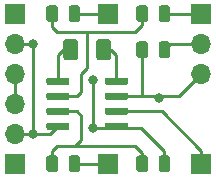
<source format=gtl>
%TF.GenerationSoftware,KiCad,Pcbnew,5.1.5+dfsg1-2build2*%
%TF.CreationDate,2021-05-01T03:04:30+02:00*%
%TF.ProjectId,myocular0.5.1d,6d796f63-756c-4617-9230-2e352e31642e,rev?*%
%TF.SameCoordinates,Original*%
%TF.FileFunction,Copper,L1,Top*%
%TF.FilePolarity,Positive*%
%FSLAX46Y46*%
G04 Gerber Fmt 4.6, Leading zero omitted, Abs format (unit mm)*
G04 Created by KiCad (PCBNEW 5.1.5+dfsg1-2build2) date 2021-05-01 03:04:30*
%MOMM*%
%LPD*%
G04 APERTURE LIST*
%ADD10R,1.700000X1.700000*%
%ADD11O,1.700000X1.700000*%
%ADD12C,0.100000*%
%ADD13C,0.800000*%
%ADD14C,0.250000*%
G04 APERTURE END LIST*
D10*
X20828000Y-33020000D03*
D11*
X20828000Y-30480000D03*
X20828000Y-27940000D03*
D10*
X20828000Y-20320000D03*
D11*
X20828000Y-22860000D03*
X20828000Y-25400000D03*
D10*
X28702000Y-33020000D03*
%TA.AperFunction,SMDPad,CuDef*%
D12*
G36*
X25288703Y-25735722D02*
G01*
X25303264Y-25737882D01*
X25317543Y-25741459D01*
X25331403Y-25746418D01*
X25344710Y-25752712D01*
X25357336Y-25760280D01*
X25369159Y-25769048D01*
X25380066Y-25778934D01*
X25389952Y-25789841D01*
X25398720Y-25801664D01*
X25406288Y-25814290D01*
X25412582Y-25827597D01*
X25417541Y-25841457D01*
X25421118Y-25855736D01*
X25423278Y-25870297D01*
X25424000Y-25885000D01*
X25424000Y-26185000D01*
X25423278Y-26199703D01*
X25421118Y-26214264D01*
X25417541Y-26228543D01*
X25412582Y-26242403D01*
X25406288Y-26255710D01*
X25398720Y-26268336D01*
X25389952Y-26280159D01*
X25380066Y-26291066D01*
X25369159Y-26300952D01*
X25357336Y-26309720D01*
X25344710Y-26317288D01*
X25331403Y-26323582D01*
X25317543Y-26328541D01*
X25303264Y-26332118D01*
X25288703Y-26334278D01*
X25274000Y-26335000D01*
X23624000Y-26335000D01*
X23609297Y-26334278D01*
X23594736Y-26332118D01*
X23580457Y-26328541D01*
X23566597Y-26323582D01*
X23553290Y-26317288D01*
X23540664Y-26309720D01*
X23528841Y-26300952D01*
X23517934Y-26291066D01*
X23508048Y-26280159D01*
X23499280Y-26268336D01*
X23491712Y-26255710D01*
X23485418Y-26242403D01*
X23480459Y-26228543D01*
X23476882Y-26214264D01*
X23474722Y-26199703D01*
X23474000Y-26185000D01*
X23474000Y-25885000D01*
X23474722Y-25870297D01*
X23476882Y-25855736D01*
X23480459Y-25841457D01*
X23485418Y-25827597D01*
X23491712Y-25814290D01*
X23499280Y-25801664D01*
X23508048Y-25789841D01*
X23517934Y-25778934D01*
X23528841Y-25769048D01*
X23540664Y-25760280D01*
X23553290Y-25752712D01*
X23566597Y-25746418D01*
X23580457Y-25741459D01*
X23594736Y-25737882D01*
X23609297Y-25735722D01*
X23624000Y-25735000D01*
X25274000Y-25735000D01*
X25288703Y-25735722D01*
G37*
%TD.AperFunction*%
%TA.AperFunction,SMDPad,CuDef*%
G36*
X25288703Y-27005722D02*
G01*
X25303264Y-27007882D01*
X25317543Y-27011459D01*
X25331403Y-27016418D01*
X25344710Y-27022712D01*
X25357336Y-27030280D01*
X25369159Y-27039048D01*
X25380066Y-27048934D01*
X25389952Y-27059841D01*
X25398720Y-27071664D01*
X25406288Y-27084290D01*
X25412582Y-27097597D01*
X25417541Y-27111457D01*
X25421118Y-27125736D01*
X25423278Y-27140297D01*
X25424000Y-27155000D01*
X25424000Y-27455000D01*
X25423278Y-27469703D01*
X25421118Y-27484264D01*
X25417541Y-27498543D01*
X25412582Y-27512403D01*
X25406288Y-27525710D01*
X25398720Y-27538336D01*
X25389952Y-27550159D01*
X25380066Y-27561066D01*
X25369159Y-27570952D01*
X25357336Y-27579720D01*
X25344710Y-27587288D01*
X25331403Y-27593582D01*
X25317543Y-27598541D01*
X25303264Y-27602118D01*
X25288703Y-27604278D01*
X25274000Y-27605000D01*
X23624000Y-27605000D01*
X23609297Y-27604278D01*
X23594736Y-27602118D01*
X23580457Y-27598541D01*
X23566597Y-27593582D01*
X23553290Y-27587288D01*
X23540664Y-27579720D01*
X23528841Y-27570952D01*
X23517934Y-27561066D01*
X23508048Y-27550159D01*
X23499280Y-27538336D01*
X23491712Y-27525710D01*
X23485418Y-27512403D01*
X23480459Y-27498543D01*
X23476882Y-27484264D01*
X23474722Y-27469703D01*
X23474000Y-27455000D01*
X23474000Y-27155000D01*
X23474722Y-27140297D01*
X23476882Y-27125736D01*
X23480459Y-27111457D01*
X23485418Y-27097597D01*
X23491712Y-27084290D01*
X23499280Y-27071664D01*
X23508048Y-27059841D01*
X23517934Y-27048934D01*
X23528841Y-27039048D01*
X23540664Y-27030280D01*
X23553290Y-27022712D01*
X23566597Y-27016418D01*
X23580457Y-27011459D01*
X23594736Y-27007882D01*
X23609297Y-27005722D01*
X23624000Y-27005000D01*
X25274000Y-27005000D01*
X25288703Y-27005722D01*
G37*
%TD.AperFunction*%
%TA.AperFunction,SMDPad,CuDef*%
G36*
X25288703Y-28275722D02*
G01*
X25303264Y-28277882D01*
X25317543Y-28281459D01*
X25331403Y-28286418D01*
X25344710Y-28292712D01*
X25357336Y-28300280D01*
X25369159Y-28309048D01*
X25380066Y-28318934D01*
X25389952Y-28329841D01*
X25398720Y-28341664D01*
X25406288Y-28354290D01*
X25412582Y-28367597D01*
X25417541Y-28381457D01*
X25421118Y-28395736D01*
X25423278Y-28410297D01*
X25424000Y-28425000D01*
X25424000Y-28725000D01*
X25423278Y-28739703D01*
X25421118Y-28754264D01*
X25417541Y-28768543D01*
X25412582Y-28782403D01*
X25406288Y-28795710D01*
X25398720Y-28808336D01*
X25389952Y-28820159D01*
X25380066Y-28831066D01*
X25369159Y-28840952D01*
X25357336Y-28849720D01*
X25344710Y-28857288D01*
X25331403Y-28863582D01*
X25317543Y-28868541D01*
X25303264Y-28872118D01*
X25288703Y-28874278D01*
X25274000Y-28875000D01*
X23624000Y-28875000D01*
X23609297Y-28874278D01*
X23594736Y-28872118D01*
X23580457Y-28868541D01*
X23566597Y-28863582D01*
X23553290Y-28857288D01*
X23540664Y-28849720D01*
X23528841Y-28840952D01*
X23517934Y-28831066D01*
X23508048Y-28820159D01*
X23499280Y-28808336D01*
X23491712Y-28795710D01*
X23485418Y-28782403D01*
X23480459Y-28768543D01*
X23476882Y-28754264D01*
X23474722Y-28739703D01*
X23474000Y-28725000D01*
X23474000Y-28425000D01*
X23474722Y-28410297D01*
X23476882Y-28395736D01*
X23480459Y-28381457D01*
X23485418Y-28367597D01*
X23491712Y-28354290D01*
X23499280Y-28341664D01*
X23508048Y-28329841D01*
X23517934Y-28318934D01*
X23528841Y-28309048D01*
X23540664Y-28300280D01*
X23553290Y-28292712D01*
X23566597Y-28286418D01*
X23580457Y-28281459D01*
X23594736Y-28277882D01*
X23609297Y-28275722D01*
X23624000Y-28275000D01*
X25274000Y-28275000D01*
X25288703Y-28275722D01*
G37*
%TD.AperFunction*%
%TA.AperFunction,SMDPad,CuDef*%
G36*
X25288703Y-29545722D02*
G01*
X25303264Y-29547882D01*
X25317543Y-29551459D01*
X25331403Y-29556418D01*
X25344710Y-29562712D01*
X25357336Y-29570280D01*
X25369159Y-29579048D01*
X25380066Y-29588934D01*
X25389952Y-29599841D01*
X25398720Y-29611664D01*
X25406288Y-29624290D01*
X25412582Y-29637597D01*
X25417541Y-29651457D01*
X25421118Y-29665736D01*
X25423278Y-29680297D01*
X25424000Y-29695000D01*
X25424000Y-29995000D01*
X25423278Y-30009703D01*
X25421118Y-30024264D01*
X25417541Y-30038543D01*
X25412582Y-30052403D01*
X25406288Y-30065710D01*
X25398720Y-30078336D01*
X25389952Y-30090159D01*
X25380066Y-30101066D01*
X25369159Y-30110952D01*
X25357336Y-30119720D01*
X25344710Y-30127288D01*
X25331403Y-30133582D01*
X25317543Y-30138541D01*
X25303264Y-30142118D01*
X25288703Y-30144278D01*
X25274000Y-30145000D01*
X23624000Y-30145000D01*
X23609297Y-30144278D01*
X23594736Y-30142118D01*
X23580457Y-30138541D01*
X23566597Y-30133582D01*
X23553290Y-30127288D01*
X23540664Y-30119720D01*
X23528841Y-30110952D01*
X23517934Y-30101066D01*
X23508048Y-30090159D01*
X23499280Y-30078336D01*
X23491712Y-30065710D01*
X23485418Y-30052403D01*
X23480459Y-30038543D01*
X23476882Y-30024264D01*
X23474722Y-30009703D01*
X23474000Y-29995000D01*
X23474000Y-29695000D01*
X23474722Y-29680297D01*
X23476882Y-29665736D01*
X23480459Y-29651457D01*
X23485418Y-29637597D01*
X23491712Y-29624290D01*
X23499280Y-29611664D01*
X23508048Y-29599841D01*
X23517934Y-29588934D01*
X23528841Y-29579048D01*
X23540664Y-29570280D01*
X23553290Y-29562712D01*
X23566597Y-29556418D01*
X23580457Y-29551459D01*
X23594736Y-29547882D01*
X23609297Y-29545722D01*
X23624000Y-29545000D01*
X25274000Y-29545000D01*
X25288703Y-29545722D01*
G37*
%TD.AperFunction*%
%TA.AperFunction,SMDPad,CuDef*%
G36*
X30238703Y-29545722D02*
G01*
X30253264Y-29547882D01*
X30267543Y-29551459D01*
X30281403Y-29556418D01*
X30294710Y-29562712D01*
X30307336Y-29570280D01*
X30319159Y-29579048D01*
X30330066Y-29588934D01*
X30339952Y-29599841D01*
X30348720Y-29611664D01*
X30356288Y-29624290D01*
X30362582Y-29637597D01*
X30367541Y-29651457D01*
X30371118Y-29665736D01*
X30373278Y-29680297D01*
X30374000Y-29695000D01*
X30374000Y-29995000D01*
X30373278Y-30009703D01*
X30371118Y-30024264D01*
X30367541Y-30038543D01*
X30362582Y-30052403D01*
X30356288Y-30065710D01*
X30348720Y-30078336D01*
X30339952Y-30090159D01*
X30330066Y-30101066D01*
X30319159Y-30110952D01*
X30307336Y-30119720D01*
X30294710Y-30127288D01*
X30281403Y-30133582D01*
X30267543Y-30138541D01*
X30253264Y-30142118D01*
X30238703Y-30144278D01*
X30224000Y-30145000D01*
X28574000Y-30145000D01*
X28559297Y-30144278D01*
X28544736Y-30142118D01*
X28530457Y-30138541D01*
X28516597Y-30133582D01*
X28503290Y-30127288D01*
X28490664Y-30119720D01*
X28478841Y-30110952D01*
X28467934Y-30101066D01*
X28458048Y-30090159D01*
X28449280Y-30078336D01*
X28441712Y-30065710D01*
X28435418Y-30052403D01*
X28430459Y-30038543D01*
X28426882Y-30024264D01*
X28424722Y-30009703D01*
X28424000Y-29995000D01*
X28424000Y-29695000D01*
X28424722Y-29680297D01*
X28426882Y-29665736D01*
X28430459Y-29651457D01*
X28435418Y-29637597D01*
X28441712Y-29624290D01*
X28449280Y-29611664D01*
X28458048Y-29599841D01*
X28467934Y-29588934D01*
X28478841Y-29579048D01*
X28490664Y-29570280D01*
X28503290Y-29562712D01*
X28516597Y-29556418D01*
X28530457Y-29551459D01*
X28544736Y-29547882D01*
X28559297Y-29545722D01*
X28574000Y-29545000D01*
X30224000Y-29545000D01*
X30238703Y-29545722D01*
G37*
%TD.AperFunction*%
%TA.AperFunction,SMDPad,CuDef*%
G36*
X30238703Y-28275722D02*
G01*
X30253264Y-28277882D01*
X30267543Y-28281459D01*
X30281403Y-28286418D01*
X30294710Y-28292712D01*
X30307336Y-28300280D01*
X30319159Y-28309048D01*
X30330066Y-28318934D01*
X30339952Y-28329841D01*
X30348720Y-28341664D01*
X30356288Y-28354290D01*
X30362582Y-28367597D01*
X30367541Y-28381457D01*
X30371118Y-28395736D01*
X30373278Y-28410297D01*
X30374000Y-28425000D01*
X30374000Y-28725000D01*
X30373278Y-28739703D01*
X30371118Y-28754264D01*
X30367541Y-28768543D01*
X30362582Y-28782403D01*
X30356288Y-28795710D01*
X30348720Y-28808336D01*
X30339952Y-28820159D01*
X30330066Y-28831066D01*
X30319159Y-28840952D01*
X30307336Y-28849720D01*
X30294710Y-28857288D01*
X30281403Y-28863582D01*
X30267543Y-28868541D01*
X30253264Y-28872118D01*
X30238703Y-28874278D01*
X30224000Y-28875000D01*
X28574000Y-28875000D01*
X28559297Y-28874278D01*
X28544736Y-28872118D01*
X28530457Y-28868541D01*
X28516597Y-28863582D01*
X28503290Y-28857288D01*
X28490664Y-28849720D01*
X28478841Y-28840952D01*
X28467934Y-28831066D01*
X28458048Y-28820159D01*
X28449280Y-28808336D01*
X28441712Y-28795710D01*
X28435418Y-28782403D01*
X28430459Y-28768543D01*
X28426882Y-28754264D01*
X28424722Y-28739703D01*
X28424000Y-28725000D01*
X28424000Y-28425000D01*
X28424722Y-28410297D01*
X28426882Y-28395736D01*
X28430459Y-28381457D01*
X28435418Y-28367597D01*
X28441712Y-28354290D01*
X28449280Y-28341664D01*
X28458048Y-28329841D01*
X28467934Y-28318934D01*
X28478841Y-28309048D01*
X28490664Y-28300280D01*
X28503290Y-28292712D01*
X28516597Y-28286418D01*
X28530457Y-28281459D01*
X28544736Y-28277882D01*
X28559297Y-28275722D01*
X28574000Y-28275000D01*
X30224000Y-28275000D01*
X30238703Y-28275722D01*
G37*
%TD.AperFunction*%
%TA.AperFunction,SMDPad,CuDef*%
G36*
X30238703Y-27005722D02*
G01*
X30253264Y-27007882D01*
X30267543Y-27011459D01*
X30281403Y-27016418D01*
X30294710Y-27022712D01*
X30307336Y-27030280D01*
X30319159Y-27039048D01*
X30330066Y-27048934D01*
X30339952Y-27059841D01*
X30348720Y-27071664D01*
X30356288Y-27084290D01*
X30362582Y-27097597D01*
X30367541Y-27111457D01*
X30371118Y-27125736D01*
X30373278Y-27140297D01*
X30374000Y-27155000D01*
X30374000Y-27455000D01*
X30373278Y-27469703D01*
X30371118Y-27484264D01*
X30367541Y-27498543D01*
X30362582Y-27512403D01*
X30356288Y-27525710D01*
X30348720Y-27538336D01*
X30339952Y-27550159D01*
X30330066Y-27561066D01*
X30319159Y-27570952D01*
X30307336Y-27579720D01*
X30294710Y-27587288D01*
X30281403Y-27593582D01*
X30267543Y-27598541D01*
X30253264Y-27602118D01*
X30238703Y-27604278D01*
X30224000Y-27605000D01*
X28574000Y-27605000D01*
X28559297Y-27604278D01*
X28544736Y-27602118D01*
X28530457Y-27598541D01*
X28516597Y-27593582D01*
X28503290Y-27587288D01*
X28490664Y-27579720D01*
X28478841Y-27570952D01*
X28467934Y-27561066D01*
X28458048Y-27550159D01*
X28449280Y-27538336D01*
X28441712Y-27525710D01*
X28435418Y-27512403D01*
X28430459Y-27498543D01*
X28426882Y-27484264D01*
X28424722Y-27469703D01*
X28424000Y-27455000D01*
X28424000Y-27155000D01*
X28424722Y-27140297D01*
X28426882Y-27125736D01*
X28430459Y-27111457D01*
X28435418Y-27097597D01*
X28441712Y-27084290D01*
X28449280Y-27071664D01*
X28458048Y-27059841D01*
X28467934Y-27048934D01*
X28478841Y-27039048D01*
X28490664Y-27030280D01*
X28503290Y-27022712D01*
X28516597Y-27016418D01*
X28530457Y-27011459D01*
X28544736Y-27007882D01*
X28559297Y-27005722D01*
X28574000Y-27005000D01*
X30224000Y-27005000D01*
X30238703Y-27005722D01*
G37*
%TD.AperFunction*%
%TA.AperFunction,SMDPad,CuDef*%
G36*
X30238703Y-25735722D02*
G01*
X30253264Y-25737882D01*
X30267543Y-25741459D01*
X30281403Y-25746418D01*
X30294710Y-25752712D01*
X30307336Y-25760280D01*
X30319159Y-25769048D01*
X30330066Y-25778934D01*
X30339952Y-25789841D01*
X30348720Y-25801664D01*
X30356288Y-25814290D01*
X30362582Y-25827597D01*
X30367541Y-25841457D01*
X30371118Y-25855736D01*
X30373278Y-25870297D01*
X30374000Y-25885000D01*
X30374000Y-26185000D01*
X30373278Y-26199703D01*
X30371118Y-26214264D01*
X30367541Y-26228543D01*
X30362582Y-26242403D01*
X30356288Y-26255710D01*
X30348720Y-26268336D01*
X30339952Y-26280159D01*
X30330066Y-26291066D01*
X30319159Y-26300952D01*
X30307336Y-26309720D01*
X30294710Y-26317288D01*
X30281403Y-26323582D01*
X30267543Y-26328541D01*
X30253264Y-26332118D01*
X30238703Y-26334278D01*
X30224000Y-26335000D01*
X28574000Y-26335000D01*
X28559297Y-26334278D01*
X28544736Y-26332118D01*
X28530457Y-26328541D01*
X28516597Y-26323582D01*
X28503290Y-26317288D01*
X28490664Y-26309720D01*
X28478841Y-26300952D01*
X28467934Y-26291066D01*
X28458048Y-26280159D01*
X28449280Y-26268336D01*
X28441712Y-26255710D01*
X28435418Y-26242403D01*
X28430459Y-26228543D01*
X28426882Y-26214264D01*
X28424722Y-26199703D01*
X28424000Y-26185000D01*
X28424000Y-25885000D01*
X28424722Y-25870297D01*
X28426882Y-25855736D01*
X28430459Y-25841457D01*
X28435418Y-25827597D01*
X28441712Y-25814290D01*
X28449280Y-25801664D01*
X28458048Y-25789841D01*
X28467934Y-25778934D01*
X28478841Y-25769048D01*
X28490664Y-25760280D01*
X28503290Y-25752712D01*
X28516597Y-25746418D01*
X28530457Y-25741459D01*
X28544736Y-25737882D01*
X28559297Y-25735722D01*
X28574000Y-25735000D01*
X30224000Y-25735000D01*
X30238703Y-25735722D01*
G37*
%TD.AperFunction*%
D10*
X28702000Y-20320000D03*
D11*
X36576000Y-25400000D03*
X36576000Y-22860000D03*
D10*
X36576000Y-20320000D03*
X36576000Y-33020000D03*
%TA.AperFunction,SMDPad,CuDef*%
D12*
G36*
X31842142Y-32321174D02*
G01*
X31865803Y-32324684D01*
X31889007Y-32330496D01*
X31911529Y-32338554D01*
X31933153Y-32348782D01*
X31953670Y-32361079D01*
X31972883Y-32375329D01*
X31990607Y-32391393D01*
X32006671Y-32409117D01*
X32020921Y-32428330D01*
X32033218Y-32448847D01*
X32043446Y-32470471D01*
X32051504Y-32492993D01*
X32057316Y-32516197D01*
X32060826Y-32539858D01*
X32062000Y-32563750D01*
X32062000Y-33476250D01*
X32060826Y-33500142D01*
X32057316Y-33523803D01*
X32051504Y-33547007D01*
X32043446Y-33569529D01*
X32033218Y-33591153D01*
X32020921Y-33611670D01*
X32006671Y-33630883D01*
X31990607Y-33648607D01*
X31972883Y-33664671D01*
X31953670Y-33678921D01*
X31933153Y-33691218D01*
X31911529Y-33701446D01*
X31889007Y-33709504D01*
X31865803Y-33715316D01*
X31842142Y-33718826D01*
X31818250Y-33720000D01*
X31330750Y-33720000D01*
X31306858Y-33718826D01*
X31283197Y-33715316D01*
X31259993Y-33709504D01*
X31237471Y-33701446D01*
X31215847Y-33691218D01*
X31195330Y-33678921D01*
X31176117Y-33664671D01*
X31158393Y-33648607D01*
X31142329Y-33630883D01*
X31128079Y-33611670D01*
X31115782Y-33591153D01*
X31105554Y-33569529D01*
X31097496Y-33547007D01*
X31091684Y-33523803D01*
X31088174Y-33500142D01*
X31087000Y-33476250D01*
X31087000Y-32563750D01*
X31088174Y-32539858D01*
X31091684Y-32516197D01*
X31097496Y-32492993D01*
X31105554Y-32470471D01*
X31115782Y-32448847D01*
X31128079Y-32428330D01*
X31142329Y-32409117D01*
X31158393Y-32391393D01*
X31176117Y-32375329D01*
X31195330Y-32361079D01*
X31215847Y-32348782D01*
X31237471Y-32338554D01*
X31259993Y-32330496D01*
X31283197Y-32324684D01*
X31306858Y-32321174D01*
X31330750Y-32320000D01*
X31818250Y-32320000D01*
X31842142Y-32321174D01*
G37*
%TD.AperFunction*%
%TA.AperFunction,SMDPad,CuDef*%
G36*
X33717142Y-32321174D02*
G01*
X33740803Y-32324684D01*
X33764007Y-32330496D01*
X33786529Y-32338554D01*
X33808153Y-32348782D01*
X33828670Y-32361079D01*
X33847883Y-32375329D01*
X33865607Y-32391393D01*
X33881671Y-32409117D01*
X33895921Y-32428330D01*
X33908218Y-32448847D01*
X33918446Y-32470471D01*
X33926504Y-32492993D01*
X33932316Y-32516197D01*
X33935826Y-32539858D01*
X33937000Y-32563750D01*
X33937000Y-33476250D01*
X33935826Y-33500142D01*
X33932316Y-33523803D01*
X33926504Y-33547007D01*
X33918446Y-33569529D01*
X33908218Y-33591153D01*
X33895921Y-33611670D01*
X33881671Y-33630883D01*
X33865607Y-33648607D01*
X33847883Y-33664671D01*
X33828670Y-33678921D01*
X33808153Y-33691218D01*
X33786529Y-33701446D01*
X33764007Y-33709504D01*
X33740803Y-33715316D01*
X33717142Y-33718826D01*
X33693250Y-33720000D01*
X33205750Y-33720000D01*
X33181858Y-33718826D01*
X33158197Y-33715316D01*
X33134993Y-33709504D01*
X33112471Y-33701446D01*
X33090847Y-33691218D01*
X33070330Y-33678921D01*
X33051117Y-33664671D01*
X33033393Y-33648607D01*
X33017329Y-33630883D01*
X33003079Y-33611670D01*
X32990782Y-33591153D01*
X32980554Y-33569529D01*
X32972496Y-33547007D01*
X32966684Y-33523803D01*
X32963174Y-33500142D01*
X32962000Y-33476250D01*
X32962000Y-32563750D01*
X32963174Y-32539858D01*
X32966684Y-32516197D01*
X32972496Y-32492993D01*
X32980554Y-32470471D01*
X32990782Y-32448847D01*
X33003079Y-32428330D01*
X33017329Y-32409117D01*
X33033393Y-32391393D01*
X33051117Y-32375329D01*
X33070330Y-32361079D01*
X33090847Y-32348782D01*
X33112471Y-32338554D01*
X33134993Y-32330496D01*
X33158197Y-32324684D01*
X33181858Y-32321174D01*
X33205750Y-32320000D01*
X33693250Y-32320000D01*
X33717142Y-32321174D01*
G37*
%TD.AperFunction*%
%TA.AperFunction,SMDPad,CuDef*%
G36*
X31842142Y-19621174D02*
G01*
X31865803Y-19624684D01*
X31889007Y-19630496D01*
X31911529Y-19638554D01*
X31933153Y-19648782D01*
X31953670Y-19661079D01*
X31972883Y-19675329D01*
X31990607Y-19691393D01*
X32006671Y-19709117D01*
X32020921Y-19728330D01*
X32033218Y-19748847D01*
X32043446Y-19770471D01*
X32051504Y-19792993D01*
X32057316Y-19816197D01*
X32060826Y-19839858D01*
X32062000Y-19863750D01*
X32062000Y-20776250D01*
X32060826Y-20800142D01*
X32057316Y-20823803D01*
X32051504Y-20847007D01*
X32043446Y-20869529D01*
X32033218Y-20891153D01*
X32020921Y-20911670D01*
X32006671Y-20930883D01*
X31990607Y-20948607D01*
X31972883Y-20964671D01*
X31953670Y-20978921D01*
X31933153Y-20991218D01*
X31911529Y-21001446D01*
X31889007Y-21009504D01*
X31865803Y-21015316D01*
X31842142Y-21018826D01*
X31818250Y-21020000D01*
X31330750Y-21020000D01*
X31306858Y-21018826D01*
X31283197Y-21015316D01*
X31259993Y-21009504D01*
X31237471Y-21001446D01*
X31215847Y-20991218D01*
X31195330Y-20978921D01*
X31176117Y-20964671D01*
X31158393Y-20948607D01*
X31142329Y-20930883D01*
X31128079Y-20911670D01*
X31115782Y-20891153D01*
X31105554Y-20869529D01*
X31097496Y-20847007D01*
X31091684Y-20823803D01*
X31088174Y-20800142D01*
X31087000Y-20776250D01*
X31087000Y-19863750D01*
X31088174Y-19839858D01*
X31091684Y-19816197D01*
X31097496Y-19792993D01*
X31105554Y-19770471D01*
X31115782Y-19748847D01*
X31128079Y-19728330D01*
X31142329Y-19709117D01*
X31158393Y-19691393D01*
X31176117Y-19675329D01*
X31195330Y-19661079D01*
X31215847Y-19648782D01*
X31237471Y-19638554D01*
X31259993Y-19630496D01*
X31283197Y-19624684D01*
X31306858Y-19621174D01*
X31330750Y-19620000D01*
X31818250Y-19620000D01*
X31842142Y-19621174D01*
G37*
%TD.AperFunction*%
%TA.AperFunction,SMDPad,CuDef*%
G36*
X33717142Y-19621174D02*
G01*
X33740803Y-19624684D01*
X33764007Y-19630496D01*
X33786529Y-19638554D01*
X33808153Y-19648782D01*
X33828670Y-19661079D01*
X33847883Y-19675329D01*
X33865607Y-19691393D01*
X33881671Y-19709117D01*
X33895921Y-19728330D01*
X33908218Y-19748847D01*
X33918446Y-19770471D01*
X33926504Y-19792993D01*
X33932316Y-19816197D01*
X33935826Y-19839858D01*
X33937000Y-19863750D01*
X33937000Y-20776250D01*
X33935826Y-20800142D01*
X33932316Y-20823803D01*
X33926504Y-20847007D01*
X33918446Y-20869529D01*
X33908218Y-20891153D01*
X33895921Y-20911670D01*
X33881671Y-20930883D01*
X33865607Y-20948607D01*
X33847883Y-20964671D01*
X33828670Y-20978921D01*
X33808153Y-20991218D01*
X33786529Y-21001446D01*
X33764007Y-21009504D01*
X33740803Y-21015316D01*
X33717142Y-21018826D01*
X33693250Y-21020000D01*
X33205750Y-21020000D01*
X33181858Y-21018826D01*
X33158197Y-21015316D01*
X33134993Y-21009504D01*
X33112471Y-21001446D01*
X33090847Y-20991218D01*
X33070330Y-20978921D01*
X33051117Y-20964671D01*
X33033393Y-20948607D01*
X33017329Y-20930883D01*
X33003079Y-20911670D01*
X32990782Y-20891153D01*
X32980554Y-20869529D01*
X32972496Y-20847007D01*
X32966684Y-20823803D01*
X32963174Y-20800142D01*
X32962000Y-20776250D01*
X32962000Y-19863750D01*
X32963174Y-19839858D01*
X32966684Y-19816197D01*
X32972496Y-19792993D01*
X32980554Y-19770471D01*
X32990782Y-19748847D01*
X33003079Y-19728330D01*
X33017329Y-19709117D01*
X33033393Y-19691393D01*
X33051117Y-19675329D01*
X33070330Y-19661079D01*
X33090847Y-19648782D01*
X33112471Y-19638554D01*
X33134993Y-19630496D01*
X33158197Y-19624684D01*
X33181858Y-19621174D01*
X33205750Y-19620000D01*
X33693250Y-19620000D01*
X33717142Y-19621174D01*
G37*
%TD.AperFunction*%
%TA.AperFunction,SMDPad,CuDef*%
G36*
X25923504Y-22494204D02*
G01*
X25947773Y-22497804D01*
X25971571Y-22503765D01*
X25994671Y-22512030D01*
X26016849Y-22522520D01*
X26037893Y-22535133D01*
X26057598Y-22549747D01*
X26075777Y-22566223D01*
X26092253Y-22584402D01*
X26106867Y-22604107D01*
X26119480Y-22625151D01*
X26129970Y-22647329D01*
X26138235Y-22670429D01*
X26144196Y-22694227D01*
X26147796Y-22718496D01*
X26149000Y-22743000D01*
X26149000Y-23993000D01*
X26147796Y-24017504D01*
X26144196Y-24041773D01*
X26138235Y-24065571D01*
X26129970Y-24088671D01*
X26119480Y-24110849D01*
X26106867Y-24131893D01*
X26092253Y-24151598D01*
X26075777Y-24169777D01*
X26057598Y-24186253D01*
X26037893Y-24200867D01*
X26016849Y-24213480D01*
X25994671Y-24223970D01*
X25971571Y-24232235D01*
X25947773Y-24238196D01*
X25923504Y-24241796D01*
X25899000Y-24243000D01*
X25149000Y-24243000D01*
X25124496Y-24241796D01*
X25100227Y-24238196D01*
X25076429Y-24232235D01*
X25053329Y-24223970D01*
X25031151Y-24213480D01*
X25010107Y-24200867D01*
X24990402Y-24186253D01*
X24972223Y-24169777D01*
X24955747Y-24151598D01*
X24941133Y-24131893D01*
X24928520Y-24110849D01*
X24918030Y-24088671D01*
X24909765Y-24065571D01*
X24903804Y-24041773D01*
X24900204Y-24017504D01*
X24899000Y-23993000D01*
X24899000Y-22743000D01*
X24900204Y-22718496D01*
X24903804Y-22694227D01*
X24909765Y-22670429D01*
X24918030Y-22647329D01*
X24928520Y-22625151D01*
X24941133Y-22604107D01*
X24955747Y-22584402D01*
X24972223Y-22566223D01*
X24990402Y-22549747D01*
X25010107Y-22535133D01*
X25031151Y-22522520D01*
X25053329Y-22512030D01*
X25076429Y-22503765D01*
X25100227Y-22497804D01*
X25124496Y-22494204D01*
X25149000Y-22493000D01*
X25899000Y-22493000D01*
X25923504Y-22494204D01*
G37*
%TD.AperFunction*%
%TA.AperFunction,SMDPad,CuDef*%
G36*
X28723504Y-22494204D02*
G01*
X28747773Y-22497804D01*
X28771571Y-22503765D01*
X28794671Y-22512030D01*
X28816849Y-22522520D01*
X28837893Y-22535133D01*
X28857598Y-22549747D01*
X28875777Y-22566223D01*
X28892253Y-22584402D01*
X28906867Y-22604107D01*
X28919480Y-22625151D01*
X28929970Y-22647329D01*
X28938235Y-22670429D01*
X28944196Y-22694227D01*
X28947796Y-22718496D01*
X28949000Y-22743000D01*
X28949000Y-23993000D01*
X28947796Y-24017504D01*
X28944196Y-24041773D01*
X28938235Y-24065571D01*
X28929970Y-24088671D01*
X28919480Y-24110849D01*
X28906867Y-24131893D01*
X28892253Y-24151598D01*
X28875777Y-24169777D01*
X28857598Y-24186253D01*
X28837893Y-24200867D01*
X28816849Y-24213480D01*
X28794671Y-24223970D01*
X28771571Y-24232235D01*
X28747773Y-24238196D01*
X28723504Y-24241796D01*
X28699000Y-24243000D01*
X27949000Y-24243000D01*
X27924496Y-24241796D01*
X27900227Y-24238196D01*
X27876429Y-24232235D01*
X27853329Y-24223970D01*
X27831151Y-24213480D01*
X27810107Y-24200867D01*
X27790402Y-24186253D01*
X27772223Y-24169777D01*
X27755747Y-24151598D01*
X27741133Y-24131893D01*
X27728520Y-24110849D01*
X27718030Y-24088671D01*
X27709765Y-24065571D01*
X27703804Y-24041773D01*
X27700204Y-24017504D01*
X27699000Y-23993000D01*
X27699000Y-22743000D01*
X27700204Y-22718496D01*
X27703804Y-22694227D01*
X27709765Y-22670429D01*
X27718030Y-22647329D01*
X27728520Y-22625151D01*
X27741133Y-22604107D01*
X27755747Y-22584402D01*
X27772223Y-22566223D01*
X27790402Y-22549747D01*
X27810107Y-22535133D01*
X27831151Y-22522520D01*
X27853329Y-22512030D01*
X27876429Y-22503765D01*
X27900227Y-22497804D01*
X27924496Y-22494204D01*
X27949000Y-22493000D01*
X28699000Y-22493000D01*
X28723504Y-22494204D01*
G37*
%TD.AperFunction*%
%TA.AperFunction,SMDPad,CuDef*%
G36*
X24222142Y-32321174D02*
G01*
X24245803Y-32324684D01*
X24269007Y-32330496D01*
X24291529Y-32338554D01*
X24313153Y-32348782D01*
X24333670Y-32361079D01*
X24352883Y-32375329D01*
X24370607Y-32391393D01*
X24386671Y-32409117D01*
X24400921Y-32428330D01*
X24413218Y-32448847D01*
X24423446Y-32470471D01*
X24431504Y-32492993D01*
X24437316Y-32516197D01*
X24440826Y-32539858D01*
X24442000Y-32563750D01*
X24442000Y-33476250D01*
X24440826Y-33500142D01*
X24437316Y-33523803D01*
X24431504Y-33547007D01*
X24423446Y-33569529D01*
X24413218Y-33591153D01*
X24400921Y-33611670D01*
X24386671Y-33630883D01*
X24370607Y-33648607D01*
X24352883Y-33664671D01*
X24333670Y-33678921D01*
X24313153Y-33691218D01*
X24291529Y-33701446D01*
X24269007Y-33709504D01*
X24245803Y-33715316D01*
X24222142Y-33718826D01*
X24198250Y-33720000D01*
X23710750Y-33720000D01*
X23686858Y-33718826D01*
X23663197Y-33715316D01*
X23639993Y-33709504D01*
X23617471Y-33701446D01*
X23595847Y-33691218D01*
X23575330Y-33678921D01*
X23556117Y-33664671D01*
X23538393Y-33648607D01*
X23522329Y-33630883D01*
X23508079Y-33611670D01*
X23495782Y-33591153D01*
X23485554Y-33569529D01*
X23477496Y-33547007D01*
X23471684Y-33523803D01*
X23468174Y-33500142D01*
X23467000Y-33476250D01*
X23467000Y-32563750D01*
X23468174Y-32539858D01*
X23471684Y-32516197D01*
X23477496Y-32492993D01*
X23485554Y-32470471D01*
X23495782Y-32448847D01*
X23508079Y-32428330D01*
X23522329Y-32409117D01*
X23538393Y-32391393D01*
X23556117Y-32375329D01*
X23575330Y-32361079D01*
X23595847Y-32348782D01*
X23617471Y-32338554D01*
X23639993Y-32330496D01*
X23663197Y-32324684D01*
X23686858Y-32321174D01*
X23710750Y-32320000D01*
X24198250Y-32320000D01*
X24222142Y-32321174D01*
G37*
%TD.AperFunction*%
%TA.AperFunction,SMDPad,CuDef*%
G36*
X26097142Y-32321174D02*
G01*
X26120803Y-32324684D01*
X26144007Y-32330496D01*
X26166529Y-32338554D01*
X26188153Y-32348782D01*
X26208670Y-32361079D01*
X26227883Y-32375329D01*
X26245607Y-32391393D01*
X26261671Y-32409117D01*
X26275921Y-32428330D01*
X26288218Y-32448847D01*
X26298446Y-32470471D01*
X26306504Y-32492993D01*
X26312316Y-32516197D01*
X26315826Y-32539858D01*
X26317000Y-32563750D01*
X26317000Y-33476250D01*
X26315826Y-33500142D01*
X26312316Y-33523803D01*
X26306504Y-33547007D01*
X26298446Y-33569529D01*
X26288218Y-33591153D01*
X26275921Y-33611670D01*
X26261671Y-33630883D01*
X26245607Y-33648607D01*
X26227883Y-33664671D01*
X26208670Y-33678921D01*
X26188153Y-33691218D01*
X26166529Y-33701446D01*
X26144007Y-33709504D01*
X26120803Y-33715316D01*
X26097142Y-33718826D01*
X26073250Y-33720000D01*
X25585750Y-33720000D01*
X25561858Y-33718826D01*
X25538197Y-33715316D01*
X25514993Y-33709504D01*
X25492471Y-33701446D01*
X25470847Y-33691218D01*
X25450330Y-33678921D01*
X25431117Y-33664671D01*
X25413393Y-33648607D01*
X25397329Y-33630883D01*
X25383079Y-33611670D01*
X25370782Y-33591153D01*
X25360554Y-33569529D01*
X25352496Y-33547007D01*
X25346684Y-33523803D01*
X25343174Y-33500142D01*
X25342000Y-33476250D01*
X25342000Y-32563750D01*
X25343174Y-32539858D01*
X25346684Y-32516197D01*
X25352496Y-32492993D01*
X25360554Y-32470471D01*
X25370782Y-32448847D01*
X25383079Y-32428330D01*
X25397329Y-32409117D01*
X25413393Y-32391393D01*
X25431117Y-32375329D01*
X25450330Y-32361079D01*
X25470847Y-32348782D01*
X25492471Y-32338554D01*
X25514993Y-32330496D01*
X25538197Y-32324684D01*
X25561858Y-32321174D01*
X25585750Y-32320000D01*
X26073250Y-32320000D01*
X26097142Y-32321174D01*
G37*
%TD.AperFunction*%
%TA.AperFunction,SMDPad,CuDef*%
G36*
X31842142Y-22669174D02*
G01*
X31865803Y-22672684D01*
X31889007Y-22678496D01*
X31911529Y-22686554D01*
X31933153Y-22696782D01*
X31953670Y-22709079D01*
X31972883Y-22723329D01*
X31990607Y-22739393D01*
X32006671Y-22757117D01*
X32020921Y-22776330D01*
X32033218Y-22796847D01*
X32043446Y-22818471D01*
X32051504Y-22840993D01*
X32057316Y-22864197D01*
X32060826Y-22887858D01*
X32062000Y-22911750D01*
X32062000Y-23824250D01*
X32060826Y-23848142D01*
X32057316Y-23871803D01*
X32051504Y-23895007D01*
X32043446Y-23917529D01*
X32033218Y-23939153D01*
X32020921Y-23959670D01*
X32006671Y-23978883D01*
X31990607Y-23996607D01*
X31972883Y-24012671D01*
X31953670Y-24026921D01*
X31933153Y-24039218D01*
X31911529Y-24049446D01*
X31889007Y-24057504D01*
X31865803Y-24063316D01*
X31842142Y-24066826D01*
X31818250Y-24068000D01*
X31330750Y-24068000D01*
X31306858Y-24066826D01*
X31283197Y-24063316D01*
X31259993Y-24057504D01*
X31237471Y-24049446D01*
X31215847Y-24039218D01*
X31195330Y-24026921D01*
X31176117Y-24012671D01*
X31158393Y-23996607D01*
X31142329Y-23978883D01*
X31128079Y-23959670D01*
X31115782Y-23939153D01*
X31105554Y-23917529D01*
X31097496Y-23895007D01*
X31091684Y-23871803D01*
X31088174Y-23848142D01*
X31087000Y-23824250D01*
X31087000Y-22911750D01*
X31088174Y-22887858D01*
X31091684Y-22864197D01*
X31097496Y-22840993D01*
X31105554Y-22818471D01*
X31115782Y-22796847D01*
X31128079Y-22776330D01*
X31142329Y-22757117D01*
X31158393Y-22739393D01*
X31176117Y-22723329D01*
X31195330Y-22709079D01*
X31215847Y-22696782D01*
X31237471Y-22686554D01*
X31259993Y-22678496D01*
X31283197Y-22672684D01*
X31306858Y-22669174D01*
X31330750Y-22668000D01*
X31818250Y-22668000D01*
X31842142Y-22669174D01*
G37*
%TD.AperFunction*%
%TA.AperFunction,SMDPad,CuDef*%
G36*
X33717142Y-22669174D02*
G01*
X33740803Y-22672684D01*
X33764007Y-22678496D01*
X33786529Y-22686554D01*
X33808153Y-22696782D01*
X33828670Y-22709079D01*
X33847883Y-22723329D01*
X33865607Y-22739393D01*
X33881671Y-22757117D01*
X33895921Y-22776330D01*
X33908218Y-22796847D01*
X33918446Y-22818471D01*
X33926504Y-22840993D01*
X33932316Y-22864197D01*
X33935826Y-22887858D01*
X33937000Y-22911750D01*
X33937000Y-23824250D01*
X33935826Y-23848142D01*
X33932316Y-23871803D01*
X33926504Y-23895007D01*
X33918446Y-23917529D01*
X33908218Y-23939153D01*
X33895921Y-23959670D01*
X33881671Y-23978883D01*
X33865607Y-23996607D01*
X33847883Y-24012671D01*
X33828670Y-24026921D01*
X33808153Y-24039218D01*
X33786529Y-24049446D01*
X33764007Y-24057504D01*
X33740803Y-24063316D01*
X33717142Y-24066826D01*
X33693250Y-24068000D01*
X33205750Y-24068000D01*
X33181858Y-24066826D01*
X33158197Y-24063316D01*
X33134993Y-24057504D01*
X33112471Y-24049446D01*
X33090847Y-24039218D01*
X33070330Y-24026921D01*
X33051117Y-24012671D01*
X33033393Y-23996607D01*
X33017329Y-23978883D01*
X33003079Y-23959670D01*
X32990782Y-23939153D01*
X32980554Y-23917529D01*
X32972496Y-23895007D01*
X32966684Y-23871803D01*
X32963174Y-23848142D01*
X32962000Y-23824250D01*
X32962000Y-22911750D01*
X32963174Y-22887858D01*
X32966684Y-22864197D01*
X32972496Y-22840993D01*
X32980554Y-22818471D01*
X32990782Y-22796847D01*
X33003079Y-22776330D01*
X33017329Y-22757117D01*
X33033393Y-22739393D01*
X33051117Y-22723329D01*
X33070330Y-22709079D01*
X33090847Y-22696782D01*
X33112471Y-22686554D01*
X33134993Y-22678496D01*
X33158197Y-22672684D01*
X33181858Y-22669174D01*
X33205750Y-22668000D01*
X33693250Y-22668000D01*
X33717142Y-22669174D01*
G37*
%TD.AperFunction*%
%TA.AperFunction,SMDPad,CuDef*%
G36*
X26097142Y-19621174D02*
G01*
X26120803Y-19624684D01*
X26144007Y-19630496D01*
X26166529Y-19638554D01*
X26188153Y-19648782D01*
X26208670Y-19661079D01*
X26227883Y-19675329D01*
X26245607Y-19691393D01*
X26261671Y-19709117D01*
X26275921Y-19728330D01*
X26288218Y-19748847D01*
X26298446Y-19770471D01*
X26306504Y-19792993D01*
X26312316Y-19816197D01*
X26315826Y-19839858D01*
X26317000Y-19863750D01*
X26317000Y-20776250D01*
X26315826Y-20800142D01*
X26312316Y-20823803D01*
X26306504Y-20847007D01*
X26298446Y-20869529D01*
X26288218Y-20891153D01*
X26275921Y-20911670D01*
X26261671Y-20930883D01*
X26245607Y-20948607D01*
X26227883Y-20964671D01*
X26208670Y-20978921D01*
X26188153Y-20991218D01*
X26166529Y-21001446D01*
X26144007Y-21009504D01*
X26120803Y-21015316D01*
X26097142Y-21018826D01*
X26073250Y-21020000D01*
X25585750Y-21020000D01*
X25561858Y-21018826D01*
X25538197Y-21015316D01*
X25514993Y-21009504D01*
X25492471Y-21001446D01*
X25470847Y-20991218D01*
X25450330Y-20978921D01*
X25431117Y-20964671D01*
X25413393Y-20948607D01*
X25397329Y-20930883D01*
X25383079Y-20911670D01*
X25370782Y-20891153D01*
X25360554Y-20869529D01*
X25352496Y-20847007D01*
X25346684Y-20823803D01*
X25343174Y-20800142D01*
X25342000Y-20776250D01*
X25342000Y-19863750D01*
X25343174Y-19839858D01*
X25346684Y-19816197D01*
X25352496Y-19792993D01*
X25360554Y-19770471D01*
X25370782Y-19748847D01*
X25383079Y-19728330D01*
X25397329Y-19709117D01*
X25413393Y-19691393D01*
X25431117Y-19675329D01*
X25450330Y-19661079D01*
X25470847Y-19648782D01*
X25492471Y-19638554D01*
X25514993Y-19630496D01*
X25538197Y-19624684D01*
X25561858Y-19621174D01*
X25585750Y-19620000D01*
X26073250Y-19620000D01*
X26097142Y-19621174D01*
G37*
%TD.AperFunction*%
%TA.AperFunction,SMDPad,CuDef*%
G36*
X24222142Y-19621174D02*
G01*
X24245803Y-19624684D01*
X24269007Y-19630496D01*
X24291529Y-19638554D01*
X24313153Y-19648782D01*
X24333670Y-19661079D01*
X24352883Y-19675329D01*
X24370607Y-19691393D01*
X24386671Y-19709117D01*
X24400921Y-19728330D01*
X24413218Y-19748847D01*
X24423446Y-19770471D01*
X24431504Y-19792993D01*
X24437316Y-19816197D01*
X24440826Y-19839858D01*
X24442000Y-19863750D01*
X24442000Y-20776250D01*
X24440826Y-20800142D01*
X24437316Y-20823803D01*
X24431504Y-20847007D01*
X24423446Y-20869529D01*
X24413218Y-20891153D01*
X24400921Y-20911670D01*
X24386671Y-20930883D01*
X24370607Y-20948607D01*
X24352883Y-20964671D01*
X24333670Y-20978921D01*
X24313153Y-20991218D01*
X24291529Y-21001446D01*
X24269007Y-21009504D01*
X24245803Y-21015316D01*
X24222142Y-21018826D01*
X24198250Y-21020000D01*
X23710750Y-21020000D01*
X23686858Y-21018826D01*
X23663197Y-21015316D01*
X23639993Y-21009504D01*
X23617471Y-21001446D01*
X23595847Y-20991218D01*
X23575330Y-20978921D01*
X23556117Y-20964671D01*
X23538393Y-20948607D01*
X23522329Y-20930883D01*
X23508079Y-20911670D01*
X23495782Y-20891153D01*
X23485554Y-20869529D01*
X23477496Y-20847007D01*
X23471684Y-20823803D01*
X23468174Y-20800142D01*
X23467000Y-20776250D01*
X23467000Y-19863750D01*
X23468174Y-19839858D01*
X23471684Y-19816197D01*
X23477496Y-19792993D01*
X23485554Y-19770471D01*
X23495782Y-19748847D01*
X23508079Y-19728330D01*
X23522329Y-19709117D01*
X23538393Y-19691393D01*
X23556117Y-19675329D01*
X23575330Y-19661079D01*
X23595847Y-19648782D01*
X23617471Y-19638554D01*
X23639993Y-19630496D01*
X23663197Y-19624684D01*
X23686858Y-19621174D01*
X23710750Y-19620000D01*
X24198250Y-19620000D01*
X24222142Y-19621174D01*
G37*
%TD.AperFunction*%
D13*
X27432000Y-29972000D03*
X27432000Y-25908000D03*
X22352000Y-22860000D03*
X33020000Y-27432000D03*
X22352000Y-30480000D03*
D14*
X25908000Y-20320000D02*
X28702000Y-20320000D01*
X25829500Y-33020000D02*
X28702000Y-33020000D01*
X24449000Y-29845000D02*
X23814000Y-30480000D01*
X20828000Y-22860000D02*
X22352000Y-22860000D01*
X29399000Y-23818000D02*
X28949000Y-23368000D01*
X22352000Y-22860000D02*
X22352000Y-30480000D01*
X23814000Y-30480000D02*
X20828000Y-30480000D01*
X28949000Y-23368000D02*
X28324000Y-23368000D01*
X25829500Y-20320000D02*
X25908000Y-20320000D01*
X23954500Y-21414500D02*
X24384000Y-21844000D01*
X24899000Y-23368000D02*
X25524000Y-23368000D01*
X23954500Y-20320000D02*
X23954500Y-21414500D01*
X29399000Y-26035000D02*
X29399000Y-23818000D01*
X24449000Y-23818000D02*
X24899000Y-23368000D01*
X20828000Y-27940000D02*
X20828000Y-25400000D01*
X24449000Y-26035000D02*
X24449000Y-23818000D01*
X24384000Y-21844000D02*
X26924000Y-21844000D01*
X31574500Y-21257500D02*
X31574500Y-20320000D01*
X30988000Y-21844000D02*
X31574500Y-21257500D01*
X26924000Y-21844000D02*
X30988000Y-21844000D01*
X33449500Y-20320000D02*
X36576000Y-20320000D01*
X24449000Y-28575000D02*
X26035000Y-28575000D01*
X26035000Y-28575000D02*
X26416000Y-28956000D01*
X26416000Y-28956000D02*
X26416000Y-30988000D01*
X26416000Y-30988000D02*
X25908000Y-31496000D01*
X25908000Y-31496000D02*
X24384000Y-31496000D01*
X23954500Y-31925500D02*
X24384000Y-31496000D01*
X23954500Y-33020000D02*
X23954500Y-31925500D01*
X24449000Y-27305000D02*
X26035000Y-27305000D01*
X26035000Y-27305000D02*
X26416000Y-26924000D01*
X26416000Y-26924000D02*
X26416000Y-25400000D01*
X26416000Y-25400000D02*
X26924000Y-24892000D01*
X26924000Y-24892000D02*
X26924000Y-21844000D01*
X27432000Y-29972000D02*
X27432000Y-29972000D01*
X27432000Y-29972000D02*
X27432000Y-25908000D01*
X36576000Y-31920000D02*
X36576000Y-33020000D01*
X33231000Y-28575000D02*
X36576000Y-31920000D01*
X29399000Y-28575000D02*
X33231000Y-28575000D01*
X34671000Y-27305000D02*
X36576000Y-25400000D01*
X31574500Y-27256500D02*
X31574500Y-23368000D01*
X31623000Y-27305000D02*
X31574500Y-27256500D01*
X29399000Y-27305000D02*
X31623000Y-27305000D01*
X31623000Y-27305000D02*
X34671000Y-27305000D01*
X33957500Y-22860000D02*
X33449500Y-23368000D01*
X36576000Y-22860000D02*
X33957500Y-22860000D01*
X25908000Y-31496000D02*
X30988000Y-31496000D01*
X31574500Y-32082500D02*
X31574500Y-33020000D01*
X30988000Y-31496000D02*
X31574500Y-32082500D01*
X33449500Y-33020000D02*
X33449500Y-31925500D01*
X31496000Y-29972000D02*
X27432000Y-29972000D01*
X33449500Y-31925500D02*
X31496000Y-29972000D01*
X22352000Y-30480000D02*
X22352000Y-30480000D01*
M02*

</source>
